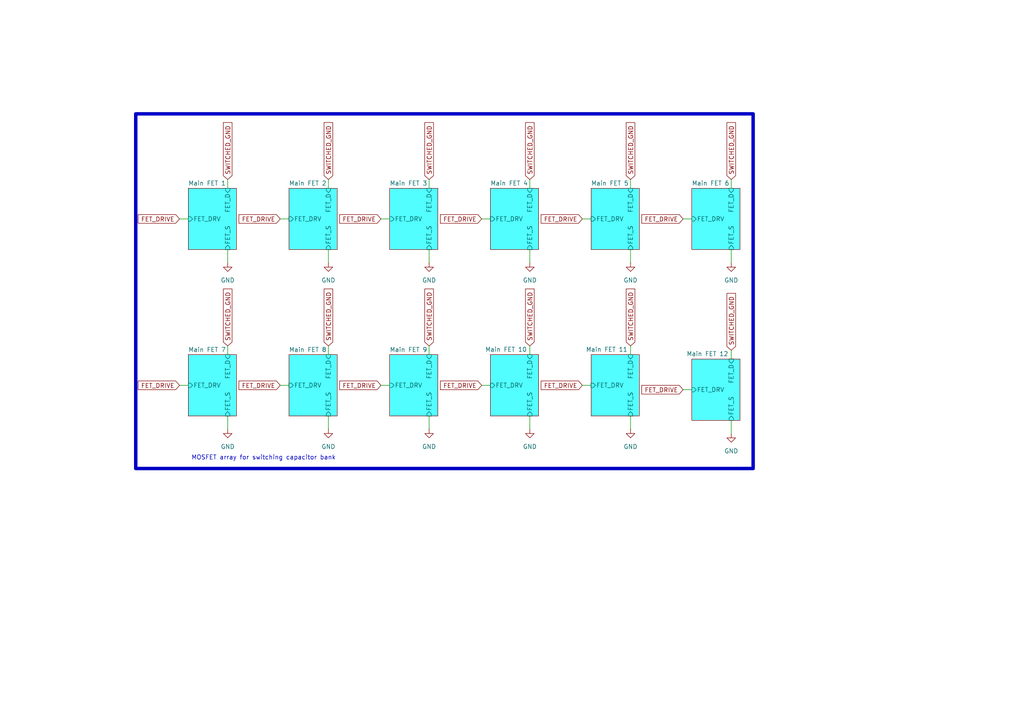
<source format=kicad_sch>
(kicad_sch (version 20250114) (generator "eeschema") (generator_version "9.0")
  (paper "A4")
  (title_block (title "MOSFET Array") (date "2025-05-03") (rev "v1.0") (company "By Shrinath Nimare <shrinath.nimare@gmail.com>"))
  (lib_symbols
    (symbol "power:GND" (power) (pin_numbers (hide yes)) (pin_names (offset 0) (hide yes))
      (property "Value" "GND" (at 0 -3.81 0))
      (symbol "GND_0_1"
        (polyline (pts (xy 0 0) (xy 0 -1.27) (xy 1.27 -1.27) (xy 0 -2.54) (xy -1.27 -1.27) (xy 0 -1.27)))
      )
      (symbol "GND_1_1"
        (pin power_in line (at 0 0 270) (length 0) (name "~") (number "1"))
      )
    )
  )
  (rectangle (start 39.37 33.02) (end 218.44 135.89) (stroke (width 1)))
  (text "MOSFET array for switching capacitor bank" (at 76.454 132.842 0) (effects (font (size 1.27 1.27))))
  (wire (pts (xy 212.09 101.6) (xy 212.09 104.14)))
  (wire (pts (xy 95.25 100.33) (xy 95.25 102.87)))
  (wire (pts (xy 81.28 63.5) (xy 83.82 63.5)))
  (wire (pts (xy 139.7 111.76) (xy 142.24 111.76)))
  (wire (pts (xy 66.04 72.39) (xy 66.04 76.2)))
  (wire (pts (xy 212.09 52.07) (xy 212.09 54.61)))
  (wire (pts (xy 182.88 52.07) (xy 182.88 54.61)))
  (wire (pts (xy 124.46 72.39) (xy 124.46 76.2)))
  (wire (pts (xy 168.91 111.76) (xy 171.45 111.76)))
  (wire (pts (xy 66.04 52.07) (xy 66.04 54.61)))
  (wire (pts (xy 95.25 52.07) (xy 95.25 54.61)))
  (wire (pts (xy 52.07 111.76) (xy 54.61 111.76)))
  (wire (pts (xy 124.46 100.33) (xy 124.46 102.87)))
  (wire (pts (xy 153.67 120.65) (xy 153.67 124.46)))
  (wire (pts (xy 153.67 72.39) (xy 153.67 76.2)))
  (wire (pts (xy 95.25 120.65) (xy 95.25 124.46)))
  (wire (pts (xy 110.49 111.76) (xy 113.03 111.76)))
  (wire (pts (xy 95.25 72.39) (xy 95.25 76.2)))
  (wire (pts (xy 52.07 63.5) (xy 54.61 63.5)))
  (wire (pts (xy 110.49 63.5) (xy 113.03 63.5)))
  (wire (pts (xy 81.28 111.76) (xy 83.82 111.76)))
  (wire (pts (xy 198.12 113.03) (xy 200.66 113.03)))
  (wire (pts (xy 212.09 121.92) (xy 212.09 125.73)))
  (wire (pts (xy 182.88 72.39) (xy 182.88 76.2)))
  (wire (pts (xy 168.91 63.5) (xy 171.45 63.5)))
  (wire (pts (xy 153.67 100.33) (xy 153.67 102.87)))
  (wire (pts (xy 139.7 63.5) (xy 142.24 63.5)))
  (wire (pts (xy 182.88 120.65) (xy 182.88 124.46)))
  (wire (pts (xy 66.04 120.65) (xy 66.04 124.46)))
  (wire (pts (xy 212.09 72.39) (xy 212.09 76.2)))
  (wire (pts (xy 182.88 100.33) (xy 182.88 102.87)))
  (wire (pts (xy 153.67 52.07) (xy 153.67 54.61)))
  (wire (pts (xy 66.04 100.33) (xy 66.04 102.87)))
  (wire (pts (xy 124.46 52.07) (xy 124.46 54.61)))
  (wire (pts (xy 124.46 120.65) (xy 124.46 124.46)))
  (wire (pts (xy 198.12 63.5) (xy 200.66 63.5)))
  (global_label "FET_DRIVE" (shape input) (at 198.12 113.03 180) (property "Intersheetrefs" "${INTERSHEET_REFS}" (effects (hide yes))))
  (global_label "SWITCHED_GND" (shape input) (at 66.04 100.33 90) (property "Intersheetrefs" "${INTERSHEET_REFS}" (effects (hide yes))))
  (global_label "FET_DRIVE" (shape input) (at 52.07 111.76 180) (property "Intersheetrefs" "${INTERSHEET_REFS}" (effects (hide yes))))
  (global_label "FET_DRIVE" (shape input) (at 52.07 63.5 180) (property "Intersheetrefs" "${INTERSHEET_REFS}" (effects (hide yes))))
  (global_label "FET_DRIVE" (shape input) (at 81.28 63.5 180) (property "Intersheetrefs" "${INTERSHEET_REFS}" (effects (hide yes))))
  (global_label "SWITCHED_GND" (shape input) (at 95.25 100.33 90) (property "Intersheetrefs" "${INTERSHEET_REFS}" (effects (hide yes))))
  (global_label "SWITCHED_GND" (shape input) (at 66.04 52.07 90) (property "Intersheetrefs" "${INTERSHEET_REFS}" (effects (hide yes))))
  (global_label "FET_DRIVE" (shape input) (at 139.7 63.5 180) (property "Intersheetrefs" "${INTERSHEET_REFS}" (effects (hide yes))))
  (global_label "SWITCHED_GND" (shape input) (at 212.09 101.6 90) (property "Intersheetrefs" "${INTERSHEET_REFS}" (effects (hide yes))))
  (global_label "SWITCHED_GND" (shape input) (at 124.46 52.07 90) (property "Intersheetrefs" "${INTERSHEET_REFS}" (effects (hide yes))))
  (global_label "FET_DRIVE" (shape input) (at 198.12 63.5 180) (property "Intersheetrefs" "${INTERSHEET_REFS}" (effects (hide yes))))
  (global_label "FET_DRIVE" (shape input) (at 110.49 111.76 180) (property "Intersheetrefs" "${INTERSHEET_REFS}" (effects (hide yes))))
  (global_label "FET_DRIVE" (shape input) (at 168.91 63.5 180) (property "Intersheetrefs" "${INTERSHEET_REFS}" (effects (hide yes))))
  (global_label "SWITCHED_GND" (shape input) (at 124.46 100.33 90) (property "Intersheetrefs" "${INTERSHEET_REFS}" (effects (hide yes))))
  (global_label "SWITCHED_GND" (shape input) (at 95.25 52.07 90) (property "Intersheetrefs" "${INTERSHEET_REFS}" (effects (hide yes))))
  (global_label "SWITCHED_GND" (shape input) (at 182.88 52.07 90) (property "Intersheetrefs" "${INTERSHEET_REFS}" (effects (hide yes))))
  (global_label "SWITCHED_GND" (shape input) (at 153.67 100.33 90) (property "Intersheetrefs" "${INTERSHEET_REFS}" (effects (hide yes))))
  (global_label "FET_DRIVE" (shape input) (at 168.91 111.76 180) (property "Intersheetrefs" "${INTERSHEET_REFS}" (effects (hide yes))))
  (global_label "FET_DRIVE" (shape input) (at 139.7 111.76 180) (property "Intersheetrefs" "${INTERSHEET_REFS}" (effects (hide yes))))
  (global_label "SWITCHED_GND" (shape input) (at 212.09 52.07 90) (property "Intersheetrefs" "${INTERSHEET_REFS}" (effects (hide yes))))
  (global_label "FET_DRIVE" (shape input) (at 81.28 111.76 180) (property "Intersheetrefs" "${INTERSHEET_REFS}" (effects (hide yes))))
  (global_label "SWITCHED_GND" (shape input) (at 153.67 52.07 90) (property "Intersheetrefs" "${INTERSHEET_REFS}" (effects (hide yes))))
  (global_label "SWITCHED_GND" (shape input) (at 182.88 100.33 90) (property "Intersheetrefs" "${INTERSHEET_REFS}" (effects (hide yes))))
  (global_label "FET_DRIVE" (shape input) (at 110.49 63.5 180) (property "Intersheetrefs" "${INTERSHEET_REFS}" (effects (hide yes))))
  (symbol (lib_id "power:GND") (at 153.67 124.46 0) (unit 1)
    (property "Reference" "#PWR015" (effects (hide yes)))
    (property "Value" "GND" (at 153.67 129.54 0))
    (property "Description" "Power symbol creates a global label with name \"GND\" , ground" (effects (hide yes)))
  )
  (symbol (lib_id "power:GND") (at 66.04 76.2 0) (unit 1)
    (property "Reference" "#PWR08" (effects (hide yes)))
    (property "Value" "GND" (at 66.04 81.28 0))
    (property "Description" "Power symbol creates a global label with name \"GND\" , ground" (effects (hide yes)))
  )
  (symbol (lib_id "power:GND") (at 95.25 124.46 0) (unit 1)
    (property "Reference" "#PWR011" (effects (hide yes)))
    (property "Value" "GND" (at 95.25 129.54 0))
    (property "Description" "Power symbol creates a global label with name \"GND\" , ground" (effects (hide yes)))
  )
  (symbol (lib_id "power:GND") (at 66.04 124.46 0) (unit 1)
    (property "Reference" "#PWR09" (effects (hide yes)))
    (property "Value" "GND" (at 66.04 129.54 0))
    (property "Description" "Power symbol creates a global label with name \"GND\" , ground" (effects (hide yes)))
  )
  (symbol (lib_id "power:GND") (at 212.09 125.73 0) (unit 1)
    (property "Reference" "#PWR019" (effects (hide yes)))
    (property "Value" "GND" (at 212.09 130.81 0))
    (property "Description" "Power symbol creates a global label with name \"GND\" , ground" (effects (hide yes)))
  )
  (symbol (lib_id "power:GND") (at 153.67 76.2 0) (unit 1)
    (property "Reference" "#PWR014" (effects (hide yes)))
    (property "Value" "GND" (at 153.67 81.28 0))
    (property "Description" "Power symbol creates a global label with name \"GND\" , ground" (effects (hide yes)))
  )
  (symbol (lib_id "power:GND") (at 124.46 124.46 0) (unit 1)
    (property "Reference" "#PWR013" (effects (hide yes)))
    (property "Value" "GND" (at 124.46 129.54 0))
    (property "Description" "Power symbol creates a global label with name \"GND\" , ground" (effects (hide yes)))
  )
  (symbol (lib_id "power:GND") (at 182.88 124.46 0) (unit 1)
    (property "Reference" "#PWR017" (effects (hide yes)))
    (property "Value" "GND" (at 182.88 129.54 0))
    (property "Description" "Power symbol creates a global label with name \"GND\" , ground" (effects (hide yes)))
  )
  (symbol (lib_id "power:GND") (at 124.46 76.2 0) (unit 1)
    (property "Reference" "#PWR012" (effects (hide yes)))
    (property "Value" "GND" (at 124.46 81.28 0))
    (property "Description" "Power symbol creates a global label with name \"GND\" , ground" (effects (hide yes)))
  )
  (symbol (lib_id "power:GND") (at 182.88 76.2 0) (unit 1)
    (property "Reference" "#PWR016" (effects (hide yes)))
    (property "Value" "GND" (at 182.88 81.28 0))
    (property "Description" "Power symbol creates a global label with name \"GND\" , ground" (effects (hide yes)))
  )
  (symbol (lib_id "power:GND") (at 212.09 76.2 0) (unit 1)
    (property "Reference" "#PWR018" (effects (hide yes)))
    (property "Value" "GND" (at 212.09 81.28 0))
    (property "Description" "Power symbol creates a global label with name \"GND\" , ground" (effects (hide yes)))
  )
  (symbol (lib_id "power:GND") (at 95.25 76.2 0) (unit 1)
    (property "Reference" "#PWR010" (effects (hide yes)))
    (property "Value" "GND" (at 95.25 81.28 0))
    (property "Description" "Power symbol creates a global label with name \"GND\" , ground" (effects (hide yes)))
  )
  (sheet (at 54.61 102.87) (size 13.97 17.78) (stroke (width 0.1524)) (fill (color 82 254 255 1.0000))
    (property "Sheetname" "Main FET 7" (at 54.61 102.1584 0) (effects (justify left bottom)))
    (property "Sheetfile" "main_fet.kicad_sch" (effects (hide yes)))
    (pin "FET_DRV" input (at 54.61 111.76 180))
    (pin "FET_D" input (at 66.04 102.87 90))
    (pin "FET_S" input (at 66.04 120.65 270))
  )
  (sheet (at 171.45 54.61) (size 13.97 17.78) (stroke (width 0.1524)) (fill (color 82 254 255 1.0000))
    (property "Sheetname" "Main FET 5" (at 171.45 53.8984 0) (effects (justify left bottom)))
    (property "Sheetfile" "main_fet.kicad_sch" (effects (hide yes)))
    (pin "FET_DRV" input (at 171.45 63.5 180))
    (pin "FET_D" input (at 182.88 54.61 90))
    (pin "FET_S" input (at 182.88 72.39 270))
  )
  (sheet (at 113.03 102.87) (size 13.97 17.78) (stroke (width 0.1524)) (fill (color 82 254 255 1.0000))
    (property "Sheetname" "Main FET 9" (at 113.03 102.1584 0) (effects (justify left bottom)))
    (property "Sheetfile" "main_fet.kicad_sch" (effects (hide yes)))
    (pin "FET_DRV" input (at 113.03 111.76 180))
    (pin "FET_D" input (at 124.46 102.87 90))
    (pin "FET_S" input (at 124.46 120.65 270))
  )
  (sheet (at 83.82 102.87) (size 13.97 17.78) (stroke (width 0.1524)) (fill (color 82 254 255 1.0000))
    (property "Sheetname" "Main FET 8" (at 83.82 102.1584 0) (effects (justify left bottom)))
    (property "Sheetfile" "main_fet.kicad_sch" (effects (hide yes)))
    (pin "FET_DRV" input (at 83.82 111.76 180))
    (pin "FET_D" input (at 95.25 102.87 90))
    (pin "FET_S" input (at 95.25 120.65 270))
  )
  (sheet (at 83.82 54.61) (size 13.97 17.78) (stroke (width 0.1524)) (fill (color 82 254 255 1.0000))
    (property "Sheetname" "Main FET 2" (at 83.82 53.8984 0) (effects (justify left bottom)))
    (property "Sheetfile" "main_fet.kicad_sch" (effects (hide yes)))
    (pin "FET_DRV" input (at 83.82 63.5 180))
    (pin "FET_D" input (at 95.25 54.61 90))
    (pin "FET_S" input (at 95.25 72.39 270))
  )
  (sheet (at 171.45 102.87) (size 13.97 17.78) (stroke (width 0.1524)) (fill (color 82 254 255 1.0000))
    (property "Sheetname" "Main FET 11" (at 169.926 102.108 0) (effects (justify left bottom)))
    (property "Sheetfile" "main_fet.kicad_sch" (effects (hide yes)))
    (pin "FET_DRV" input (at 171.45 111.76 180))
    (pin "FET_D" input (at 182.88 102.87 90))
    (pin "FET_S" input (at 182.88 120.65 270))
  )
  (sheet (at 200.66 54.61) (size 13.97 17.78) (stroke (width 0.1524)) (fill (color 82 254 255 1.0000))
    (property "Sheetname" "Main FET 6" (at 200.66 53.8984 0) (effects (justify left bottom)))
    (property "Sheetfile" "main_fet.kicad_sch" (effects (hide yes)))
    (pin "FET_DRV" input (at 200.66 63.5 180))
    (pin "FET_D" input (at 212.09 54.61 90))
    (pin "FET_S" input (at 212.09 72.39 270))
  )
  (sheet (at 200.66 104.14) (size 13.97 17.78) (stroke (width 0.1524)) (fill (color 82 254 255 1.0000))
    (property "Sheetname" "Main FET 12" (at 199.136 103.378 0) (effects (justify left bottom)))
    (property "Sheetfile" "main_fet.kicad_sch" (effects (hide yes)))
    (pin "FET_DRV" input (at 200.66 113.03 180))
    (pin "FET_D" input (at 212.09 104.14 90))
    (pin "FET_S" input (at 212.09 121.92 270))
  )
  (sheet (at 54.61 54.61) (size 13.97 17.78) (stroke (width 0.1524)) (fill (color 82 254 255 1.0000))
    (property "Sheetname" "Main FET 1" (at 54.61 53.8984 0) (effects (justify left bottom)))
    (property "Sheetfile" "main_fet.kicad_sch" (effects (hide yes)))
    (pin "FET_DRV" input (at 54.61 63.5 180))
    (pin "FET_D" input (at 66.04 54.61 90))
    (pin "FET_S" input (at 66.04 72.39 270))
  )
  (sheet (at 113.03 54.61) (size 13.97 17.78) (stroke (width 0.1524)) (fill (color 82 254 255 1.0000))
    (property "Sheetname" "Main FET 3" (at 113.03 53.8984 0) (effects (justify left bottom)))
    (property "Sheetfile" "main_fet.kicad_sch" (effects (hide yes)))
    (pin "FET_DRV" input (at 113.03 63.5 180))
    (pin "FET_D" input (at 124.46 54.61 90))
    (pin "FET_S" input (at 124.46 72.39 270))
  )
  (sheet (at 142.24 102.87) (size 13.97 17.78) (stroke (width 0.1524)) (fill (color 82 254 255 1.0000))
    (property "Sheetname" "Main FET 10" (at 140.716 102.108 0) (effects (justify left bottom)))
    (property "Sheetfile" "main_fet.kicad_sch" (effects (hide yes)))
    (pin "FET_DRV" input (at 142.24 111.76 180))
    (pin "FET_D" input (at 153.67 102.87 90))
    (pin "FET_S" input (at 153.67 120.65 270))
  )
  (sheet (at 142.24 54.61) (size 13.97 17.78) (stroke (width 0.1524)) (fill (color 82 254 255 1.0000))
    (property "Sheetname" "Main FET 4" (at 142.24 53.8984 0) (effects (justify left bottom)))
    (property "Sheetfile" "main_fet.kicad_sch" (effects (hide yes)))
    (pin "FET_DRV" input (at 142.24 63.5 180))
    (pin "FET_D" input (at 153.67 54.61 90))
    (pin "FET_S" input (at 153.67 72.39 270))
  )
)
</source>
